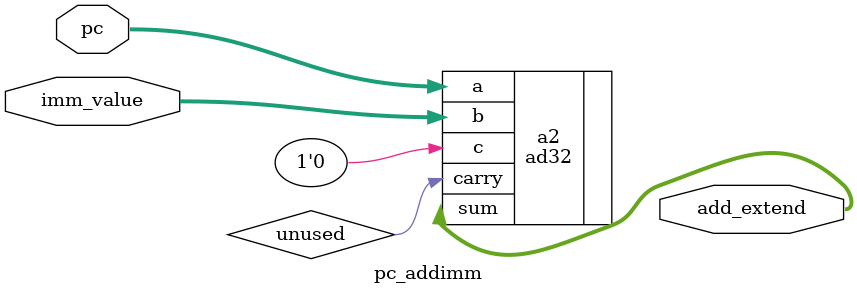
<source format=v>
`include "elements.v"

module pc_add4 (
    input [31:0] pc,
    output [31:0] pc_plus4
);
wire unused;
ad32 a1(.a(pc),.b(32'h00000004),.c(1'b0),.sum(pc_plus4),.carry(unused));

endmodule //pc_target

module pc_addimm (
    input [31:0] pc, imm_value,
    output [31:0] add_extend
);

wire unused;
ad32 a2(.a(pc),.b(imm_value),.c(1'b0),.sum(add_extend),.carry(unused));

endmodule //pc_target
</source>
